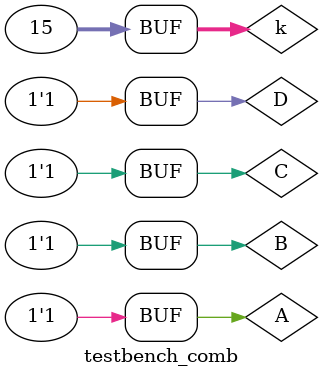
<source format=v>
module testbench_comb;
    wire Y1,Y2,Y3,Y4;
    reg A,B,C,D;

    comb_str a(Y1, A, B, C, D);
    comb_dataflow b(Y2, A, B, C, D);
    comb_behaviour c(Y3, A, B, C, D);
    comb_prim d(Y4, A, B, C, D);

    integer k;

    initial
    begin
        {A,B,C,D} = 4'b0;
        for(k=0;k<15;k=k+1)
        begin
            #5;
            {A,B,C,D} = k+1;
        end
    end

    initial 
        $monitor("At time %4t, A=%b, B=%b, C=%b, D=%b, Y1=%b, Y2=%b, Y3=%b, Y4=%b",
                    $time, A, B, C, D, Y1, Y2, Y3, Y4);
endmodule

</source>
